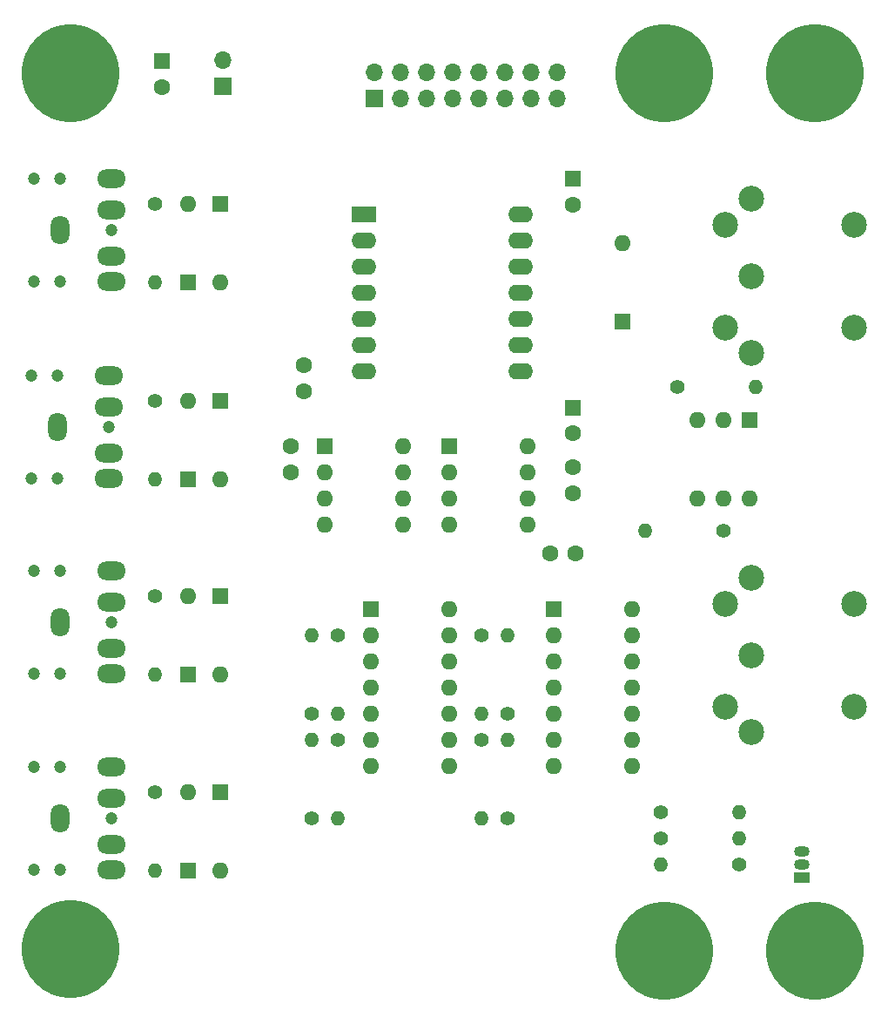
<source format=gbs>
%TF.GenerationSoftware,KiCad,Pcbnew,(6.0.1)*%
%TF.CreationDate,2022-09-24T16:52:27-04:00*%
%TF.ProjectId,SYNTH-MIDI-CV4-01,53594e54-482d-44d4-9944-492d4356342d,1*%
%TF.SameCoordinates,Original*%
%TF.FileFunction,Soldermask,Bot*%
%TF.FilePolarity,Negative*%
%FSLAX46Y46*%
G04 Gerber Fmt 4.6, Leading zero omitted, Abs format (unit mm)*
G04 Created by KiCad (PCBNEW (6.0.1)) date 2022-09-24 16:52:27*
%MOMM*%
%LPD*%
G01*
G04 APERTURE LIST*
%ADD10C,1.600000*%
%ADD11R,1.600000X1.600000*%
%ADD12O,1.600000X1.600000*%
%ADD13C,9.525000*%
%ADD14C,1.400000*%
%ADD15O,1.400000X1.400000*%
%ADD16C,1.200000*%
%ADD17O,2.800000X1.800000*%
%ADD18O,1.800000X2.800000*%
%ADD19C,2.500000*%
%ADD20R,1.700000X1.700000*%
%ADD21O,1.700000X1.700000*%
%ADD22R,1.500000X1.050000*%
%ADD23O,1.500000X1.050000*%
%ADD24R,2.400000X1.600000*%
%ADD25O,2.400000X1.600000*%
G04 APERTURE END LIST*
D10*
%TO.C,C7*%
X140970000Y-66822000D03*
X140970000Y-69322000D03*
%TD*%
%TO.C,C6*%
X114808000Y-59416000D03*
X114808000Y-56916000D03*
%TD*%
%TO.C,C5*%
X141224000Y-75204000D03*
X138724000Y-75204000D03*
%TD*%
%TO.C,C4*%
X113538000Y-64790000D03*
X113538000Y-67290000D03*
%TD*%
D11*
%TO.C,C3*%
X140970000Y-38799888D03*
D10*
X140970000Y-41299888D03*
%TD*%
D11*
%TO.C,D8*%
X106680000Y-98425000D03*
D12*
X106680000Y-106045000D03*
%TD*%
D11*
%TO.C,C2*%
X140970000Y-61024888D03*
D10*
X140970000Y-63524888D03*
%TD*%
D11*
%TO.C,D2*%
X106680000Y-41275000D03*
D12*
X106680000Y-48895000D03*
%TD*%
D13*
%TO.C,MTG2*%
X92075000Y-113665000D03*
%TD*%
D14*
%TO.C,R11*%
X132080000Y-93345000D03*
D15*
X132080000Y-100965000D03*
%TD*%
D13*
%TO.C,MTG3*%
X164465000Y-28575000D03*
%TD*%
%TO.C,MTG6*%
X149860000Y-113792000D03*
%TD*%
D14*
%TO.C,R2*%
X100330000Y-60420000D03*
D15*
X100330000Y-68040000D03*
%TD*%
D14*
%TO.C,R10*%
X118110000Y-93345000D03*
D15*
X118110000Y-100965000D03*
%TD*%
D14*
%TO.C,R4*%
X100330000Y-98425000D03*
D15*
X100330000Y-106045000D03*
%TD*%
D14*
%TO.C,R13*%
X151130000Y-59055000D03*
D15*
X158750000Y-59055000D03*
%TD*%
D14*
%TO.C,R7*%
X132080000Y-83185000D03*
D15*
X132080000Y-90805000D03*
%TD*%
D16*
%TO.C,J3*%
X88575000Y-105965000D03*
X96075000Y-100965000D03*
X88575000Y-95965000D03*
X91075000Y-95965000D03*
X91075000Y-105965000D03*
D17*
X96075000Y-95965000D03*
X96075000Y-98965000D03*
D18*
X91075000Y-100965000D03*
D17*
X96075000Y-105965000D03*
X96075000Y-103465000D03*
%TD*%
D11*
%TO.C,U3*%
X116850000Y-64780000D03*
D12*
X116850000Y-67320000D03*
X116850000Y-69860000D03*
X116850000Y-72400000D03*
X124470000Y-72400000D03*
X124470000Y-69860000D03*
X124470000Y-67320000D03*
X124470000Y-64780000D03*
%TD*%
D11*
%TO.C,U5*%
X158115000Y-62230000D03*
D12*
X155575000Y-62230000D03*
X153035000Y-62230000D03*
X153035000Y-69850000D03*
X155575000Y-69850000D03*
X158115000Y-69850000D03*
%TD*%
D16*
%TO.C,J5*%
X90805000Y-57960000D03*
X88305000Y-57960000D03*
X95805000Y-62960000D03*
X90805000Y-67960000D03*
X88305000Y-67960000D03*
D17*
X95805000Y-57960000D03*
X95805000Y-60960000D03*
D18*
X90805000Y-62960000D03*
D17*
X95805000Y-67960000D03*
X95805000Y-65460000D03*
%TD*%
D11*
%TO.C,D3*%
X103505000Y-68040000D03*
D12*
X103505000Y-60420000D03*
%TD*%
D11*
%TO.C,U4*%
X128915000Y-64780000D03*
D12*
X128915000Y-67320000D03*
X128915000Y-69860000D03*
X128915000Y-72400000D03*
X136535000Y-72400000D03*
X136535000Y-69860000D03*
X136535000Y-67320000D03*
X136535000Y-64780000D03*
%TD*%
D14*
%TO.C,R6*%
X118110000Y-83185000D03*
D15*
X118110000Y-90805000D03*
%TD*%
D11*
%TO.C,D9*%
X145796000Y-52705000D03*
D12*
X145796000Y-45085000D03*
%TD*%
D14*
%TO.C,R1*%
X100330000Y-41275000D03*
D15*
X100330000Y-48895000D03*
%TD*%
D11*
%TO.C,D1*%
X103505000Y-48895000D03*
D12*
X103505000Y-41275000D03*
%TD*%
D11*
%TO.C,D7*%
X103505000Y-106045000D03*
D12*
X103505000Y-98425000D03*
%TD*%
D11*
%TO.C,D6*%
X106680000Y-79375000D03*
D12*
X106680000Y-86995000D03*
%TD*%
D11*
%TO.C,U6*%
X121295000Y-80640000D03*
D12*
X121295000Y-83180000D03*
X121295000Y-85720000D03*
X121295000Y-88260000D03*
X121295000Y-90800000D03*
X121295000Y-93340000D03*
X121295000Y-95880000D03*
X128915000Y-95880000D03*
X128915000Y-93340000D03*
X128915000Y-90800000D03*
X128915000Y-88260000D03*
X128915000Y-85720000D03*
X128915000Y-83180000D03*
X128915000Y-80640000D03*
%TD*%
D19*
%TO.C,J6*%
X158290000Y-77590000D03*
X158290000Y-85090000D03*
X158290000Y-92590000D03*
X155790000Y-80090000D03*
X155790000Y-90090000D03*
X168290000Y-90090000D03*
X168290000Y-80090000D03*
%TD*%
D14*
%TO.C,R5*%
X115570000Y-90805000D03*
D15*
X115570000Y-83185000D03*
%TD*%
D14*
%TO.C,R3*%
X100330000Y-79375000D03*
D15*
X100330000Y-86995000D03*
%TD*%
D13*
%TO.C,MTG5*%
X149860000Y-28575000D03*
%TD*%
D11*
%TO.C,D4*%
X106680000Y-60420000D03*
D12*
X106680000Y-68040000D03*
%TD*%
D20*
%TO.C,J1*%
X121666000Y-31050000D03*
D21*
X121666000Y-28510000D03*
X124206000Y-31050000D03*
X124206000Y-28510000D03*
X126746000Y-31050000D03*
X126746000Y-28510000D03*
X129286000Y-31050000D03*
X129286000Y-28510000D03*
X131826000Y-31050000D03*
X131826000Y-28510000D03*
X134366000Y-31050000D03*
X134366000Y-28510000D03*
X136906000Y-31050000D03*
X136906000Y-28510000D03*
X139446000Y-31050000D03*
X139446000Y-28510000D03*
%TD*%
D14*
%TO.C,R16*%
X149500000Y-102870000D03*
D15*
X157120000Y-102870000D03*
%TD*%
D22*
%TO.C,Q1*%
X163195000Y-106680000D03*
D23*
X163195000Y-105410000D03*
X163195000Y-104140000D03*
%TD*%
D24*
%TO.C,U2*%
X120650000Y-42291000D03*
D25*
X120650000Y-44831000D03*
X120650000Y-47371000D03*
X120650000Y-49911000D03*
X120650000Y-52451000D03*
X120650000Y-54991000D03*
X120650000Y-57531000D03*
X135890000Y-57531000D03*
X135890000Y-54991000D03*
X135890000Y-52451000D03*
X135890000Y-49911000D03*
X135890000Y-47371000D03*
X135890000Y-44831000D03*
X135890000Y-42291000D03*
%TD*%
D11*
%TO.C,D5*%
X103505000Y-86995000D03*
D12*
X103505000Y-79375000D03*
%TD*%
D20*
%TO.C,H1*%
X106934000Y-29850000D03*
D21*
X106934000Y-27310000D03*
%TD*%
D13*
%TO.C,MTG4*%
X164465000Y-113792000D03*
%TD*%
%TO.C,MTG1*%
X92075000Y-28575000D03*
%TD*%
D14*
%TO.C,R8*%
X134620000Y-90805000D03*
D15*
X134620000Y-83185000D03*
%TD*%
D14*
%TO.C,R14*%
X155575000Y-73025000D03*
D15*
X147955000Y-73025000D03*
%TD*%
D14*
%TO.C,R9*%
X115570000Y-100965000D03*
D15*
X115570000Y-93345000D03*
%TD*%
D14*
%TO.C,R12*%
X134620000Y-100965000D03*
D15*
X134620000Y-93345000D03*
%TD*%
D19*
%TO.C,J4*%
X158290000Y-40760000D03*
X158290000Y-48260000D03*
X158290000Y-55760000D03*
X155790000Y-43260000D03*
X155790000Y-53260000D03*
X168290000Y-53260000D03*
X168290000Y-43260000D03*
%TD*%
D14*
%TO.C,R15*%
X149500000Y-100330000D03*
D15*
X157120000Y-100330000D03*
%TD*%
D16*
%TO.C,J2*%
X88575000Y-76915000D03*
X91075000Y-76915000D03*
X96075000Y-81915000D03*
X91075000Y-86915000D03*
X88575000Y-86915000D03*
D17*
X96075000Y-76915000D03*
X96075000Y-79915000D03*
D18*
X91075000Y-81915000D03*
D17*
X96075000Y-86915000D03*
X96075000Y-84415000D03*
%TD*%
D11*
%TO.C,C1*%
X100965000Y-27369888D03*
D10*
X100965000Y-29869888D03*
%TD*%
D16*
%TO.C,J7*%
X91075000Y-38815000D03*
X88575000Y-38815000D03*
X91075000Y-48815000D03*
X96075000Y-43815000D03*
X88575000Y-48815000D03*
D17*
X96075000Y-38815000D03*
X96075000Y-41815000D03*
D18*
X91075000Y-43815000D03*
D17*
X96075000Y-48815000D03*
X96075000Y-46315000D03*
%TD*%
D11*
%TO.C,U7*%
X139075000Y-80640000D03*
D12*
X139075000Y-83180000D03*
X139075000Y-85720000D03*
X139075000Y-88260000D03*
X139075000Y-90800000D03*
X139075000Y-93340000D03*
X139075000Y-95880000D03*
X146695000Y-95880000D03*
X146695000Y-93340000D03*
X146695000Y-90800000D03*
X146695000Y-88260000D03*
X146695000Y-85720000D03*
X146695000Y-83180000D03*
X146695000Y-80640000D03*
%TD*%
D14*
%TO.C,R17*%
X157120000Y-105410000D03*
D15*
X149500000Y-105410000D03*
%TD*%
M02*

</source>
